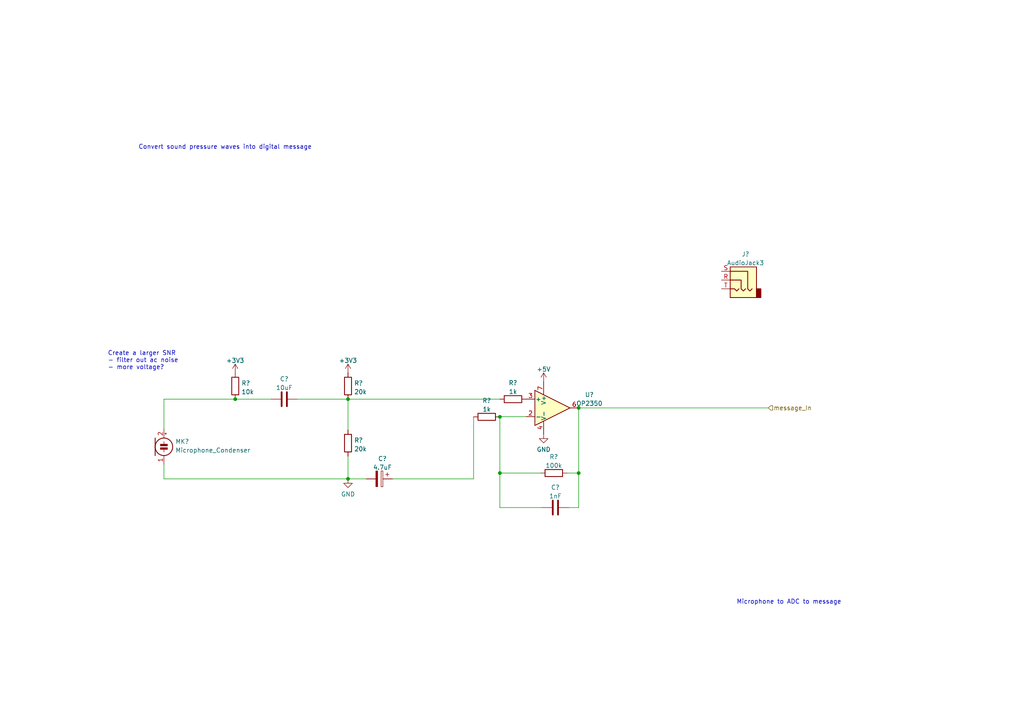
<source format=kicad_sch>
(kicad_sch (version 20211123) (generator eeschema)
  (paper "A4")
  (lib_symbols
    (symbol "Amplifier_Operational:AD8001AN" (pin_names (offset 0.127))
      (property "Reference" "U" (at 0 6.35 0))
      (property "Value" "AD8001AN" (at 0 3.81 0))
      (symbol "AD8001AN_0_1"
        (polyline (pts (xy -5.08 5.08) (xy 5.08 0) (xy -5.08 -5.08) (xy -5.08 5.08)) (stroke (width 0.254)) (fill (type background)))
      )
      (symbol "AD8001AN_1_1"
        (pin no_connect line (at -5.08 -2.54 90) (length 2.54) hide (name "NC") (number "1"))
        (pin input line (at -7.62 -2.54 0) (length 2.54) (name "-") (number "2"))
        (pin input line (at -7.62 2.54 0) (length 2.54) (name "+") (number "3"))
        (pin power_in line (at -2.54 -7.62 90) (length 3.81) (name "V-") (number "4"))
        (pin no_connect line (at -2.54 -2.54 90) (length 2.54) hide (name "NC") (number "5"))
        (pin output line (at 7.62 0 180) (length 2.54) (name "~") (number "6"))
        (pin power_in line (at -2.54 7.62 270) (length 3.81) (name "V+") (number "7"))
        (pin no_connect line (at 0 -2.54 90) (length 2.54) hide (name "NC") (number "8"))
      )
    )
    (symbol "Connector:AudioJack3"
      (property "Reference" "J" (at 0 8.89 0))
      (property "Value" "AudioJack3" (at 0 6.35 0))
      (symbol "AudioJack3_0_1"
        (rectangle (start -5.08 -5.08) (end -6.35 -2.54) (stroke (width 0.254)) (fill (type outline)))
        (polyline (pts (xy 0 -2.54) (xy 0.635 -3.175) (xy 1.27 -2.54) (xy 2.54 -2.54)) (stroke (width 0.254)))
        (polyline (pts (xy -1.905 -2.54) (xy -1.27 -3.175) (xy -0.635 -2.54) (xy -0.635 0) (xy 2.54 0)) (stroke (width 0.254)))
        (polyline (pts (xy 2.54 2.54) (xy -2.54 2.54) (xy -2.54 -2.54) (xy -3.175 -3.175) (xy -3.81 -2.54)) (stroke (width 0.254)))
        (rectangle (start 2.54 3.81) (end -5.08 -5.08) (stroke (width 0.254)) (fill (type background)))
      )
      (symbol "AudioJack3_1_1"
        (pin passive line (at 5.08 0 180) (length 2.54) (name "~") (number "R"))
        (pin passive line (at 5.08 2.54 180) (length 2.54) (name "~") (number "S"))
        (pin passive line (at 5.08 -2.54 180) (length 2.54) (name "~") (number "T"))
      )
    )
    (symbol "Device:C" (pin_numbers hide) (pin_names (offset 0.254))
      (property "Reference" "C" (at 0.635 2.54 0))
      (property "Value" "C" (at 0.635 -2.54 0))
      (symbol "C_0_1"
        (polyline (pts (xy -2.032 -0.762) (xy 2.032 -0.762)) (stroke (width 0.508)))
        (polyline (pts (xy -2.032 0.762) (xy 2.032 0.762)) (stroke (width 0.508)))
      )
      (symbol "C_1_1"
        (pin passive line (at 0 3.81 270) (length 2.794) (name "~") (number "1"))
        (pin passive line (at 0 -3.81 90) (length 2.794) (name "~") (number "2"))
      )
    )
    (symbol "Device:C_Polarized" (pin_numbers hide) (pin_names (offset 0.254))
      (property "Reference" "C" (at 0.635 2.54 0))
      (property "Value" "C_Polarized" (at 0.635 -2.54 0))
      (symbol "C_Polarized_0_1"
        (rectangle (start -2.286 0.508) (end 2.286 1.016))
        (polyline (pts (xy -1.778 2.286) (xy -0.762 2.286)))
        (polyline (pts (xy -1.27 2.794) (xy -1.27 1.778)))
        (rectangle (start 2.286 -0.508) (end -2.286 -1.016) (fill (type outline)))
      )
      (symbol "C_Polarized_1_1"
        (pin passive line (at 0 3.81 270) (length 2.794) (name "~") (number "1"))
        (pin passive line (at 0 -3.81 90) (length 2.794) (name "~") (number "2"))
      )
    )
    (symbol "Device:Microphone_Condenser" (pin_names (offset 0.0254) hide)
      (property "Reference" "MK" (at -3.302 1.27 0))
      (property "Value" "Microphone_Condenser" (at -3.302 -0.635 0))
      (symbol "Microphone_Condenser_0_1"
        (polyline (pts (xy -2.54 2.54) (xy -2.54 -2.54)) (stroke (width 0.254)))
        (polyline (pts (xy 0 -0.762) (xy 0 -1.524)))
        (polyline (pts (xy 0 0.762) (xy 0 1.524)))
        (polyline (pts (xy 0.254 3.81) (xy 0.762 3.81)))
        (polyline (pts (xy 0.508 4.064) (xy 0.508 3.556)))
        (circle (center 0 0) (radius 2.54) (stroke (width 0.254)))
        (rectangle (start 1.016 -0.254) (end -1.016 -0.762) (fill (type outline)))
        (rectangle (start 1.016 0.762) (end -1.016 0.254) (fill (type outline)))
      )
      (symbol "Microphone_Condenser_1_1"
        (pin passive line (at 0 -5.08 90) (length 2.54) (name "-") (number "1"))
        (pin passive line (at 0 5.08 270) (length 2.54) (name "+") (number "2"))
      )
    )
    (symbol "Device:R" (pin_numbers hide) (pin_names (offset 0))
      (property "Reference" "R" (at 2.032 0 90))
      (property "Value" "R" (at 0 0 90))
      (symbol "R_0_1"
        (rectangle (start -1.016 -2.54) (end 1.016 2.54) (stroke (width 0.254)))
      )
      (symbol "R_1_1"
        (pin passive line (at 0 3.81 270) (length 1.27) (name "~") (number "1"))
        (pin passive line (at 0 -3.81 90) (length 1.27) (name "~") (number "2"))
      )
    )
    (symbol "power:+3V3" (power) (pin_names (offset 0))
      (property "Value" "+3V3" (at 0 3.556 0))
      (symbol "+3V3_0_1"
        (polyline (pts (xy -0.762 1.27) (xy 0 2.54)))
        (polyline (pts (xy 0 0) (xy 0 2.54)))
        (polyline (pts (xy 0 2.54) (xy 0.762 1.27)))
      )
      (symbol "+3V3_1_1"
        (pin power_in line (at 0 0 90) (length 0) hide (name "+3V3") (number "1"))
      )
    )
    (symbol "power:+5V" (power) (pin_names (offset 0))
      (property "Value" "+5V" (at 0 3.556 0))
      (symbol "+5V_0_1"
        (polyline (pts (xy -0.762 1.27) (xy 0 2.54)))
        (polyline (pts (xy 0 0) (xy 0 2.54)))
        (polyline (pts (xy 0 2.54) (xy 0.762 1.27)))
      )
      (symbol "+5V_1_1"
        (pin power_in line (at 0 0 90) (length 0) hide (name "+5V") (number "1"))
      )
    )
    (symbol "power:GND" (power) (pin_names (offset 0))
      (property "Value" "GND" (at 0 -3.81 0))
      (symbol "GND_0_1"
        (polyline (pts (xy 0 0) (xy 0 -1.27) (xy 1.27 -1.27) (xy 0 -2.54) (xy -1.27 -1.27) (xy 0 -1.27)))
      )
      (symbol "GND_1_1"
        (pin power_in line (at 0 0 270) (length 0) hide (name "GND") (number "1"))
      )
    )
  )
  (junction (at 167.8432 137.2108))
  (junction (at 144.9832 120.904))
  (junction (at 68.2244 115.7732))
  (junction (at 100.9396 115.7732))
  (junction (at 100.9396 138.8872))
  (junction (at 144.9832 137.2108))
  (junction (at 167.8432 118.3132))
  (wire (pts (xy 86.2584 115.7732) (xy 100.9396 115.7732)))
  (wire (pts (xy 113.8428 138.8872) (xy 137.3632 138.8872)))
  (wire (pts (xy 100.9396 115.7732) (xy 144.9832 115.7732)))
  (wire (pts (xy 167.8432 118.3132) (xy 167.8432 137.2108)))
  (wire (pts (xy 152.6032 120.8532) (xy 144.9832 120.8532)))
  (wire (pts (xy 144.9832 120.904) (xy 144.9832 137.2108)))
  (wire (pts (xy 167.8432 137.2108) (xy 167.8432 147.2184)))
  (wire (pts (xy 164.4396 137.2108) (xy 167.8432 137.2108)))
  (wire (pts (xy 100.9396 138.8872) (xy 106.2228 138.8872)))
  (wire (pts (xy 100.9396 124.714) (xy 100.9396 115.7732)))
  (wire (pts (xy 137.3632 138.8872) (xy 137.3632 120.904)))
  (wire (pts (xy 144.9832 137.2108) (xy 156.8196 137.2108)))
  (wire (pts (xy 157.2768 147.2184) (xy 144.9832 147.2184)))
  (wire (pts (xy 144.9832 120.904) (xy 144.9832 120.8532)))
  (wire (pts (xy 167.8432 118.3132) (xy 222.8596 118.3132)))
  (wire (pts (xy 47.5488 115.7732) (xy 68.2244 115.7732)))
  (wire (pts (xy 100.9396 132.334) (xy 100.9396 138.8872)))
  (wire (pts (xy 47.5488 134.6708) (xy 47.5488 138.8872)))
  (wire (pts (xy 68.2244 115.7732) (xy 78.6384 115.7732)))
  (wire (pts (xy 144.9832 147.2184) (xy 144.9832 137.2108)))
  (wire (pts (xy 47.5488 124.5108) (xy 47.5488 115.7732)))
  (wire (pts (xy 167.8432 147.2184) (xy 164.8968 147.2184)))
  (wire (pts (xy 47.5488 138.8872) (xy 100.9396 138.8872)))
  (text "Create a larger SNR\n- filter out ac noise\n- more voltage?" (at 31.242 107.3912 0) (effects (font (size 1.27 1.27)) (justify left bottom)))
  (text "Convert sound pressure waves into digital message" (at 40.132 43.4848 0) (effects (font (size 1.27 1.27)) (justify left bottom)))
  (text "Microphone to ADC to message" (at 213.614 175.4124 0) (effects (font (size 1.27 1.27)) (justify left bottom)))
  (hierarchical_label "message_In" (shape input) (at 222.8596 118.3132 0))
  (symbol (lib_id "Device:Microphone_Condenser") (at 47.5488 129.5908 0) (unit 1)
    (property "Reference" "MK?" (at 50.8508 128.0576 0) (effects (justify left)))
    (property "Value" "Microphone_Condenser" (at 50.8508 130.5945 0) (effects (justify left)))
  )
  (symbol (lib_id "power:GND") (at 157.6832 125.9332 0) (unit 1)
    (property "Reference" "#PWR?" (effects hide))
    (property "Value" "GND" (at 157.6832 130.3766 0))
  )
  (symbol (lib_id "power:+3V3") (at 100.9396 108.1532 0) (unit 1)
    (property "Reference" "#PWR?" (effects hide))
    (property "Value" "+3V3" (at 100.9396 104.5774 0))
  )
  (symbol (lib_id "power:+5V") (at 157.6832 110.6932 0) (unit 1)
    (property "Reference" "#PWR?" (effects hide))
    (property "Value" "+5V" (at 157.6832 107.1174 0))
  )
  (symbol (lib_id "power:GND") (at 100.9396 138.8872 0) (unit 1)
    (property "Reference" "#PWR?" (effects hide))
    (property "Value" "GND" (at 100.9396 143.3306 0))
  )
  (symbol (lib_id "power:+3V3") (at 68.2244 108.1532 0) (unit 1)
    (property "Reference" "#PWR?" (effects hide))
    (property "Value" "+3V3" (at 68.2244 104.5774 0))
  )
  (symbol (lib_id "Amplifier_Operational:AD8001AN") (at 160.2232 118.3132 0) (unit 1)
    (property "Reference" "U?" (at 170.9524 114.4865 0))
    (property "Value" "OP2350" (at 170.9524 117.0234 0))
    (property "Footprint" "Package_DIP:DIP-8_W7.62mm" (effects hide))
    (property "Datasheet" "https://www.analog.com/media/en/technical-documentation/data-sheets/ad8001.pdf" (effects hide))
  )
  (symbol (lib_id "Device:R") (at 160.6296 137.2108 90) (unit 1)
    (property "Reference" "R?" (at 160.6296 132.495 90))
    (property "Value" "100k" (at 160.6296 135.0319 90))
  )
  (symbol (lib_id "Device:C") (at 161.0868 147.2184 90) (unit 1)
    (property "Reference" "C?" (at 161.0868 141.3596 90))
    (property "Value" "1nF" (at 161.0868 143.8965 90))
  )
  (symbol (lib_id "Device:R") (at 141.1732 120.904 90) (unit 1)
    (property "Reference" "R?" (at 141.1732 116.1882 90))
    (property "Value" "1k" (at 141.1732 118.7251 90))
  )
  (symbol (lib_id "Device:R") (at 68.2244 111.9632 0) (unit 1)
    (property "Reference" "R?" (at 70.0024 111.1285 0) (effects (justify left)))
    (property "Value" "10k" (at 70.0024 113.6654 0) (effects (justify left)))
  )
  (symbol (lib_id "Device:R") (at 148.7932 115.7732 90) (unit 1)
    (property "Reference" "R?" (at 148.7932 111.0574 90))
    (property "Value" "1k" (at 148.7932 113.5943 90))
  )
  (symbol (lib_id "Device:C") (at 82.4484 115.7732 90) (unit 1)
    (property "Reference" "C?" (at 82.4484 109.9144 90))
    (property "Value" "10uF" (at 82.4484 112.4513 90))
  )
  (symbol (lib_id "Device:R") (at 100.9396 128.524 0) (unit 1)
    (property "Reference" "R?" (at 102.7176 127.6893 0) (effects (justify left)))
    (property "Value" "20k" (at 102.7176 130.2262 0) (effects (justify left)))
  )
  (symbol (lib_id "Connector:AudioJack3") (at 214.3252 81.2292 0) (mirror y) (unit 1)
    (property "Reference" "J?" (at 216.2302 73.7194 0))
    (property "Value" "AudioJack3" (at 216.2302 76.2563 0))
  )
  (symbol (lib_id "Device:R") (at 100.9396 111.9632 0) (unit 1)
    (property "Reference" "R?" (at 102.7176 111.1285 0) (effects (justify left)))
    (property "Value" "20k" (at 102.7176 113.6654 0) (effects (justify left)))
  )
  (symbol (lib_id "Device:C_Polarized") (at 110.0328 138.8872 270) (unit 1)
    (property "Reference" "C?" (at 110.9218 133.0284 90))
    (property "Value" "4.7uF" (at 110.9218 135.5653 90))
  )
)
</source>
